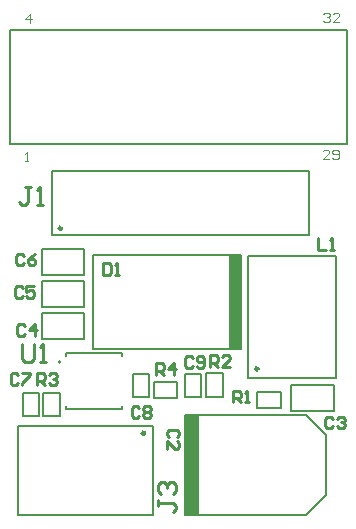
<source format=gto>
G04*
G04 #@! TF.GenerationSoftware,Altium Limited,Altium Designer,18.0.7 (293)*
G04*
G04 Layer_Color=65535*
%FSLAX25Y25*%
%MOIN*%
G70*
G01*
G75*
%ADD10C,0.00600*%
%ADD11C,0.01181*%
%ADD12C,0.00787*%
%ADD13C,0.00394*%
%ADD14C,0.01000*%
%ADD15R,0.04331X0.31496*%
%ADD16R,0.04724X0.33661*%
D10*
X23545Y57874D02*
G03*
X23545Y57874I-300J0D01*
G01*
X25296Y42225D02*
X43996D01*
Y43266D01*
X25296Y60925D02*
X43996D01*
X25296Y59884D02*
Y60925D01*
Y42225D02*
Y43266D01*
X43996Y59884D02*
Y60925D01*
D11*
X23819Y102500D02*
G03*
X23819Y102500I-394J0D01*
G01*
X51575Y34252D02*
G03*
X51575Y34252I-394J0D01*
G01*
X89370Y55709D02*
G03*
X89370Y55709I-394J0D01*
G01*
D12*
X6614Y168760D02*
X119016D01*
X6614Y130669D02*
Y168760D01*
X119016Y130669D02*
Y168760D01*
X6614Y130669D02*
X119016D01*
X20669Y100138D02*
Y121791D01*
X106496D01*
Y100138D02*
Y121791D01*
X20669Y100138D02*
X106496D01*
X62500Y45866D02*
Y51378D01*
X54626Y45866D02*
X62500D01*
X54626D02*
Y51378D01*
X62500D01*
X17717Y39862D02*
X23228D01*
X17717D02*
Y47736D01*
X23228D01*
Y39862D02*
Y47736D01*
X72047Y54134D02*
X77559D01*
Y46260D02*
Y54134D01*
X72047Y46260D02*
X77559D01*
X72047D02*
Y54134D01*
X89075Y42520D02*
Y48031D01*
X96949D01*
Y42520D02*
Y48031D01*
X89075Y42520D02*
X96949D01*
X34252Y62205D02*
Y93701D01*
Y62205D02*
X83858D01*
Y93701D01*
X34252D02*
X83858D01*
X70473Y46161D02*
Y54035D01*
X64961D02*
X70473D01*
X64961Y46161D02*
Y54035D01*
Y46161D02*
X70473D01*
X11024Y39862D02*
Y47736D01*
Y39862D02*
X16535D01*
Y47736D01*
X11024D02*
X16535D01*
X112205Y13780D02*
Y33465D01*
X105315Y6890D02*
X112205Y13780D01*
X64961Y6890D02*
X105315D01*
X105315Y40354D02*
X112205Y33465D01*
X64961Y40354D02*
X105315D01*
X64961Y6890D02*
Y40354D01*
X53150Y46161D02*
Y54035D01*
X47638D02*
X53150D01*
X47638Y46161D02*
Y54035D01*
Y46161D02*
X53150D01*
X100394Y41732D02*
X114567D01*
X100394D02*
Y50394D01*
X114567D01*
Y41732D02*
Y50394D01*
X9449Y36614D02*
X54331D01*
X9449Y7087D02*
Y36614D01*
X54331Y7087D02*
Y36614D01*
X9449Y7087D02*
X54331D01*
X17323Y87008D02*
X31496D01*
X17323D02*
Y95669D01*
X31496D01*
Y87008D02*
Y95669D01*
X17323Y76378D02*
X31496D01*
X17323D02*
Y85039D01*
X31496D01*
Y76378D02*
Y85039D01*
X17323Y65748D02*
X31496D01*
X17323D02*
Y74410D01*
X31496D01*
Y65748D02*
Y74410D01*
X86024Y52559D02*
Y93209D01*
X86122Y93307D01*
X115551D01*
X86024Y52559D02*
X115551D01*
Y93307D01*
D13*
X11811Y124803D02*
X12861D01*
X12336D01*
Y127952D01*
X11811Y127427D01*
X13385Y170866D02*
Y174015D01*
X11811Y172440D01*
X13910D01*
X113123Y125591D02*
X111024D01*
X113123Y127690D01*
Y128214D01*
X112598Y128739D01*
X111548D01*
X111024Y128214D01*
X114172Y126115D02*
X114697Y125591D01*
X115746D01*
X116271Y126115D01*
Y128214D01*
X115746Y128739D01*
X114697D01*
X114172Y128214D01*
Y127690D01*
X114697Y127165D01*
X116271D01*
X111221Y173884D02*
X111745Y174408D01*
X112795D01*
X113320Y173884D01*
Y173359D01*
X112795Y172834D01*
X112270D01*
X112795D01*
X113320Y172309D01*
Y171785D01*
X112795Y171260D01*
X111745D01*
X111221Y171785D01*
X116468Y171260D02*
X114369D01*
X116468Y173359D01*
Y173884D01*
X115943Y174408D01*
X114894D01*
X114369Y173884D01*
D14*
X10827Y64069D02*
Y59071D01*
X11826Y58071D01*
X13826D01*
X14826Y59071D01*
Y64069D01*
X16825Y58071D02*
X18824D01*
X17824D01*
Y64069D01*
X16825Y63069D01*
X55512Y53543D02*
Y57479D01*
X57480D01*
X58136Y56823D01*
Y55511D01*
X57480Y54855D01*
X55512D01*
X56824D02*
X58136Y53543D01*
X61415D02*
Y57479D01*
X59448Y55511D01*
X62071D01*
X15748Y50197D02*
Y54133D01*
X17716D01*
X18372Y53477D01*
Y52165D01*
X17716Y51509D01*
X15748D01*
X17060D02*
X18372Y50197D01*
X19684Y53477D02*
X20340Y54133D01*
X21652D01*
X22308Y53477D01*
Y52821D01*
X21652Y52165D01*
X20996D01*
X21652D01*
X22308Y51509D01*
Y50853D01*
X21652Y50197D01*
X20340D01*
X19684Y50853D01*
X73425Y56201D02*
Y60136D01*
X75393D01*
X76049Y59481D01*
Y58169D01*
X75393Y57513D01*
X73425D01*
X74737D02*
X76049Y56201D01*
X79985D02*
X77361D01*
X79985Y58825D01*
Y59481D01*
X79329Y60136D01*
X78017D01*
X77361Y59481D01*
X81102Y44488D02*
Y48424D01*
X83070D01*
X83726Y47768D01*
Y46456D01*
X83070Y45800D01*
X81102D01*
X82414D02*
X83726Y44488D01*
X85038D02*
X86350D01*
X85694D01*
Y48424D01*
X85038Y47768D01*
X109449Y99211D02*
Y95276D01*
X112073D01*
X113385D02*
X114697D01*
X114041D01*
Y99211D01*
X113385Y98555D01*
X56010Y11873D02*
Y9873D01*
Y10873D01*
X61008D01*
X62008Y9873D01*
Y8874D01*
X61008Y7874D01*
X57010Y13872D02*
X56010Y14872D01*
Y16871D01*
X57010Y17871D01*
X58009D01*
X59009Y16871D01*
Y15871D01*
Y16871D01*
X60009Y17871D01*
X61008D01*
X62008Y16871D01*
Y14872D01*
X61008Y13872D01*
X13743Y116431D02*
X11743D01*
X12743D01*
Y111433D01*
X11743Y110433D01*
X10744D01*
X9744Y111433D01*
X15742Y110433D02*
X17741D01*
X16742D01*
Y116431D01*
X15742Y115431D01*
X37795Y90944D02*
Y87008D01*
X39763D01*
X40419Y87664D01*
Y90288D01*
X39763Y90944D01*
X37795D01*
X41731Y87008D02*
X43043D01*
X42387D01*
Y90944D01*
X41731Y90288D01*
X67585Y59382D02*
X66928Y60038D01*
X65617D01*
X64961Y59382D01*
Y56758D01*
X65617Y56102D01*
X66928D01*
X67585Y56758D01*
X68896D02*
X69552Y56102D01*
X70864D01*
X71520Y56758D01*
Y59382D01*
X70864Y60038D01*
X69552D01*
X68896Y59382D01*
Y58726D01*
X69552Y58070D01*
X71520D01*
X49868Y42650D02*
X49212Y43306D01*
X47900D01*
X47244Y42650D01*
Y40026D01*
X47900Y39370D01*
X49212D01*
X49868Y40026D01*
X51180Y42650D02*
X51836Y43306D01*
X53148D01*
X53804Y42650D01*
Y41994D01*
X53148Y41338D01*
X53804Y40682D01*
Y40026D01*
X53148Y39370D01*
X51836D01*
X51180Y40026D01*
Y40682D01*
X51836Y41338D01*
X51180Y41994D01*
Y42650D01*
X51836Y41338D02*
X53148D01*
X9514Y53477D02*
X8858Y54133D01*
X7546D01*
X6890Y53477D01*
Y50853D01*
X7546Y50197D01*
X8858D01*
X9514Y50853D01*
X10825Y54133D02*
X13449D01*
Y53477D01*
X10825Y50853D01*
Y50197D01*
X11285Y93437D02*
X10629Y94093D01*
X9317D01*
X8661Y93437D01*
Y90813D01*
X9317Y90158D01*
X10629D01*
X11285Y90813D01*
X15221Y94093D02*
X13909Y93437D01*
X12597Y92125D01*
Y90813D01*
X13253Y90158D01*
X14565D01*
X15221Y90813D01*
Y91469D01*
X14565Y92125D01*
X12597D01*
X10892Y82709D02*
X10236Y83365D01*
X8924D01*
X8268Y82709D01*
Y80085D01*
X8924Y79429D01*
X10236D01*
X10892Y80085D01*
X14827Y83365D02*
X12203D01*
Y81397D01*
X13515Y82053D01*
X14171D01*
X14827Y81397D01*
Y80085D01*
X14171Y79429D01*
X12859D01*
X12203Y80085D01*
X11777Y70012D02*
X11121Y70668D01*
X9809D01*
X9154Y70012D01*
Y67388D01*
X9809Y66732D01*
X11121D01*
X11777Y67388D01*
X15057Y66732D02*
Y70668D01*
X13089Y68700D01*
X15713D01*
X114435Y39107D02*
X113779Y39762D01*
X112467D01*
X111811Y39107D01*
Y36483D01*
X112467Y35827D01*
X113779D01*
X114435Y36483D01*
X115747Y39107D02*
X116403Y39762D01*
X117715D01*
X118371Y39107D01*
Y38451D01*
X117715Y37795D01*
X117059D01*
X117715D01*
X118371Y37139D01*
Y36483D01*
X117715Y35827D01*
X116403D01*
X115747Y36483D01*
X62335Y32809D02*
X62991Y33465D01*
Y34777D01*
X62335Y35433D01*
X59711D01*
X59055Y34777D01*
Y33465D01*
X59711Y32809D01*
X59055Y28874D02*
Y31497D01*
X61679Y28874D01*
X62335D01*
X62991Y29530D01*
Y30841D01*
X62335Y31497D01*
D15*
X81693Y77953D02*
D03*
D16*
X67323Y23720D02*
D03*
M02*

</source>
